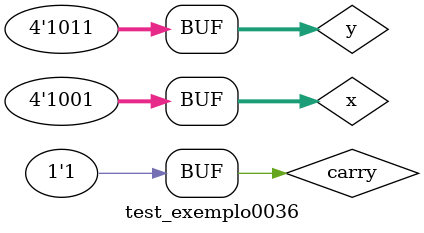
<source format=v>


module FullAdder(s, carryOut, x, y, carryIn);
  output s, carryOut;
  input x, y, carryIn;
  wire a, b, c;

//-- portas 
  xor (a, x, y);
  xor (s, a, carryIn);   
  and (b, x, y);
  and (c, a, carryIn);
  or (carryOut, c, b);
  
endmodule //--FullAdder

// ------------------------- 
// somador
// ------------------------- 

module somador(s, carryOut, x, y, carryIn);
  output [3:0] s;
  output carryOut;
  input  [3:0] x, y;
  input carryIn;
  
  wire c1, c2, c3, z1, z2, z3, z4, z5;
  
  //--portas 
  xor (z1, y[0] , carryIn);
  xor (z2, y[1] , carryIn);
  xor (z3, y[2] , carryIn);
  xor (z4, y[3] , carryIn);
  FullAdder FULLADDER0(s[0], c1, x[0], z1, carryIn);
  FullAdder FULLADDER1(s[1], c2, x[1], z2, c1);
  FullAdder FULLADDER2(s[2], c3, x[2], z3, c2);
  FullAdder FULLADDER3(s[3], z5, x[3], z4, c3);
  xor (carryOut, z5 , carryIn);
  
endmodule //--somador

 module verificarSeE0(output s , input [3:0] a);
 
 wire tmp0,tmp1,tmp2,tmp3;
 
 nor NOR0( tmp0 , 0 , a[0]);
 nor NOR1( tmp1 , 0 , a[1]);
 nor NOR2( tmp2 , 0 , a[2]);
 nor NOR3( tmp3 , 0 , a[3]);
 
 assign s = tmp0 & tmp1 & tmp2 & tmp3;
 
endmodule //-- FIm testa se e 0

module test_exemplo0036; 
// ------------------------- definir dados 
reg [3:0] x; 
reg [3:0] y; 
reg carry; 
wire [3:0] soma;
wire overflow , resp; 

somador SOMADOR0(soma, overflow, x, y, carry);

//-- VErificar se o resultado e 0
verificarSeE0 VERIFICAR0(resp, soma);

// ------------------------- parte principal 
  initial
  begin
  $display("Exemplo0036 - Alvaro Henrique de Araujo Rungue - 395487"); 
  $display("Test Exemplo0036: "); 
  
  //--Testes
  $monitor($time," x = %b y = %b carryIn = %b ********* overflow = %b soma = %b *** Verificacao se e 0 : %b\n",x, y, carry,overflow,soma,resp );
  end
  
  // Entradas
  initial
  begin
  x = 4'b0010;y = 4'b0100; carry = 1'b0;


  #5 x = 4'b0001;y = 4'b1111;
  #5 x = 4'b0011;y = 4'b1011;
  #5 x = 4'b0001;y = 4'b1011;
  #5 x = 4'b0001;y = 4'b1011;
  
   #5 x = 4'b0010;y = 4'b0100;carry = 1'b1;
   #5 x = 4'b1001;y = 4'b1111;
   #5 x = 4'b0011;y = 4'b1011;
   #5 x = 4'b0101;y = 4'b1011;
   #5 x = 4'b1001;y = 4'b1011;

  end
endmodule // --test
</source>
